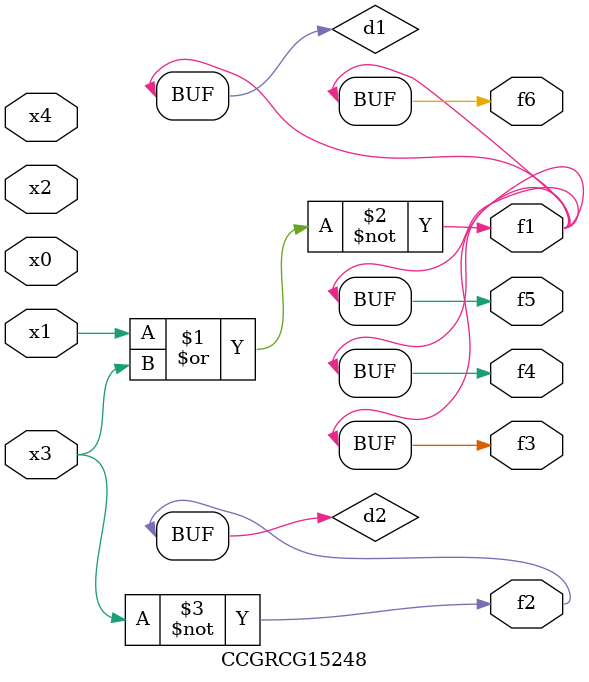
<source format=v>
module CCGRCG15248(
	input x0, x1, x2, x3, x4,
	output f1, f2, f3, f4, f5, f6
);

	wire d1, d2;

	nor (d1, x1, x3);
	not (d2, x3);
	assign f1 = d1;
	assign f2 = d2;
	assign f3 = d1;
	assign f4 = d1;
	assign f5 = d1;
	assign f6 = d1;
endmodule

</source>
